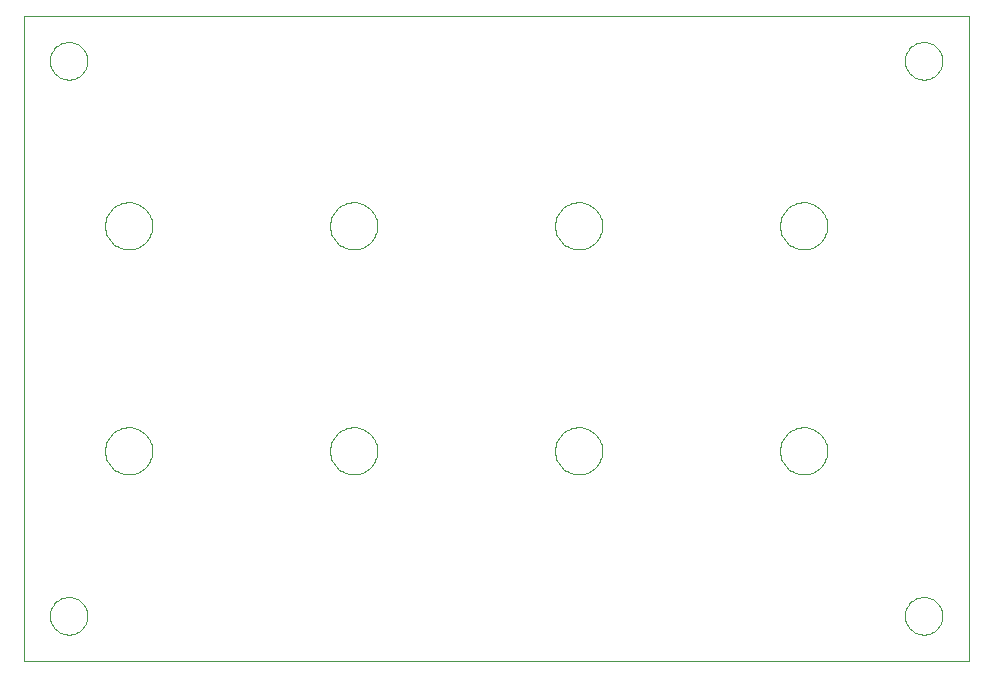
<source format=gko>
G75*
%MOIN*%
%OFA0B0*%
%FSLAX24Y24*%
%IPPOS*%
%LPD*%
%AMOC8*
5,1,8,0,0,1.08239X$1,22.5*
%
%ADD10C,0.0000*%
D10*
X000680Y000680D02*
X000680Y022180D01*
X032180Y022180D01*
X032180Y000680D01*
X000680Y000680D01*
X001555Y002180D02*
X001557Y002230D01*
X001563Y002279D01*
X001573Y002328D01*
X001586Y002375D01*
X001604Y002422D01*
X001625Y002467D01*
X001649Y002510D01*
X001677Y002551D01*
X001708Y002590D01*
X001742Y002626D01*
X001779Y002660D01*
X001819Y002690D01*
X001860Y002717D01*
X001904Y002741D01*
X001949Y002761D01*
X001996Y002777D01*
X002044Y002790D01*
X002093Y002799D01*
X002143Y002804D01*
X002192Y002805D01*
X002242Y002802D01*
X002291Y002795D01*
X002340Y002784D01*
X002387Y002770D01*
X002433Y002751D01*
X002478Y002729D01*
X002521Y002704D01*
X002561Y002675D01*
X002599Y002643D01*
X002635Y002609D01*
X002668Y002571D01*
X002697Y002531D01*
X002723Y002489D01*
X002746Y002445D01*
X002765Y002399D01*
X002781Y002352D01*
X002793Y002303D01*
X002801Y002254D01*
X002805Y002205D01*
X002805Y002155D01*
X002801Y002106D01*
X002793Y002057D01*
X002781Y002008D01*
X002765Y001961D01*
X002746Y001915D01*
X002723Y001871D01*
X002697Y001829D01*
X002668Y001789D01*
X002635Y001751D01*
X002599Y001717D01*
X002561Y001685D01*
X002521Y001656D01*
X002478Y001631D01*
X002433Y001609D01*
X002387Y001590D01*
X002340Y001576D01*
X002291Y001565D01*
X002242Y001558D01*
X002192Y001555D01*
X002143Y001556D01*
X002093Y001561D01*
X002044Y001570D01*
X001996Y001583D01*
X001949Y001599D01*
X001904Y001619D01*
X001860Y001643D01*
X001819Y001670D01*
X001779Y001700D01*
X001742Y001734D01*
X001708Y001770D01*
X001677Y001809D01*
X001649Y001850D01*
X001625Y001893D01*
X001604Y001938D01*
X001586Y001985D01*
X001573Y002032D01*
X001563Y002081D01*
X001557Y002130D01*
X001555Y002180D01*
X003393Y007680D02*
X003395Y007736D01*
X003401Y007791D01*
X003411Y007845D01*
X003424Y007899D01*
X003442Y007952D01*
X003463Y008003D01*
X003487Y008053D01*
X003515Y008101D01*
X003547Y008147D01*
X003581Y008191D01*
X003619Y008232D01*
X003659Y008270D01*
X003702Y008305D01*
X003747Y008337D01*
X003795Y008366D01*
X003844Y008392D01*
X003895Y008414D01*
X003947Y008432D01*
X004001Y008446D01*
X004056Y008457D01*
X004111Y008464D01*
X004166Y008467D01*
X004222Y008466D01*
X004277Y008461D01*
X004332Y008452D01*
X004386Y008440D01*
X004439Y008423D01*
X004491Y008403D01*
X004541Y008379D01*
X004589Y008352D01*
X004636Y008322D01*
X004680Y008288D01*
X004722Y008251D01*
X004760Y008211D01*
X004797Y008169D01*
X004830Y008124D01*
X004859Y008078D01*
X004886Y008029D01*
X004908Y007978D01*
X004928Y007926D01*
X004943Y007872D01*
X004955Y007818D01*
X004963Y007763D01*
X004967Y007708D01*
X004967Y007652D01*
X004963Y007597D01*
X004955Y007542D01*
X004943Y007488D01*
X004928Y007434D01*
X004908Y007382D01*
X004886Y007331D01*
X004859Y007282D01*
X004830Y007236D01*
X004797Y007191D01*
X004760Y007149D01*
X004722Y007109D01*
X004680Y007072D01*
X004636Y007038D01*
X004589Y007008D01*
X004541Y006981D01*
X004491Y006957D01*
X004439Y006937D01*
X004386Y006920D01*
X004332Y006908D01*
X004277Y006899D01*
X004222Y006894D01*
X004166Y006893D01*
X004111Y006896D01*
X004056Y006903D01*
X004001Y006914D01*
X003947Y006928D01*
X003895Y006946D01*
X003844Y006968D01*
X003795Y006994D01*
X003747Y007023D01*
X003702Y007055D01*
X003659Y007090D01*
X003619Y007128D01*
X003581Y007169D01*
X003547Y007213D01*
X003515Y007259D01*
X003487Y007307D01*
X003463Y007357D01*
X003442Y007408D01*
X003424Y007461D01*
X003411Y007515D01*
X003401Y007569D01*
X003395Y007624D01*
X003393Y007680D01*
X010893Y007680D02*
X010895Y007736D01*
X010901Y007791D01*
X010911Y007845D01*
X010924Y007899D01*
X010942Y007952D01*
X010963Y008003D01*
X010987Y008053D01*
X011015Y008101D01*
X011047Y008147D01*
X011081Y008191D01*
X011119Y008232D01*
X011159Y008270D01*
X011202Y008305D01*
X011247Y008337D01*
X011295Y008366D01*
X011344Y008392D01*
X011395Y008414D01*
X011447Y008432D01*
X011501Y008446D01*
X011556Y008457D01*
X011611Y008464D01*
X011666Y008467D01*
X011722Y008466D01*
X011777Y008461D01*
X011832Y008452D01*
X011886Y008440D01*
X011939Y008423D01*
X011991Y008403D01*
X012041Y008379D01*
X012089Y008352D01*
X012136Y008322D01*
X012180Y008288D01*
X012222Y008251D01*
X012260Y008211D01*
X012297Y008169D01*
X012330Y008124D01*
X012359Y008078D01*
X012386Y008029D01*
X012408Y007978D01*
X012428Y007926D01*
X012443Y007872D01*
X012455Y007818D01*
X012463Y007763D01*
X012467Y007708D01*
X012467Y007652D01*
X012463Y007597D01*
X012455Y007542D01*
X012443Y007488D01*
X012428Y007434D01*
X012408Y007382D01*
X012386Y007331D01*
X012359Y007282D01*
X012330Y007236D01*
X012297Y007191D01*
X012260Y007149D01*
X012222Y007109D01*
X012180Y007072D01*
X012136Y007038D01*
X012089Y007008D01*
X012041Y006981D01*
X011991Y006957D01*
X011939Y006937D01*
X011886Y006920D01*
X011832Y006908D01*
X011777Y006899D01*
X011722Y006894D01*
X011666Y006893D01*
X011611Y006896D01*
X011556Y006903D01*
X011501Y006914D01*
X011447Y006928D01*
X011395Y006946D01*
X011344Y006968D01*
X011295Y006994D01*
X011247Y007023D01*
X011202Y007055D01*
X011159Y007090D01*
X011119Y007128D01*
X011081Y007169D01*
X011047Y007213D01*
X011015Y007259D01*
X010987Y007307D01*
X010963Y007357D01*
X010942Y007408D01*
X010924Y007461D01*
X010911Y007515D01*
X010901Y007569D01*
X010895Y007624D01*
X010893Y007680D01*
X018393Y007680D02*
X018395Y007736D01*
X018401Y007791D01*
X018411Y007845D01*
X018424Y007899D01*
X018442Y007952D01*
X018463Y008003D01*
X018487Y008053D01*
X018515Y008101D01*
X018547Y008147D01*
X018581Y008191D01*
X018619Y008232D01*
X018659Y008270D01*
X018702Y008305D01*
X018747Y008337D01*
X018795Y008366D01*
X018844Y008392D01*
X018895Y008414D01*
X018947Y008432D01*
X019001Y008446D01*
X019056Y008457D01*
X019111Y008464D01*
X019166Y008467D01*
X019222Y008466D01*
X019277Y008461D01*
X019332Y008452D01*
X019386Y008440D01*
X019439Y008423D01*
X019491Y008403D01*
X019541Y008379D01*
X019589Y008352D01*
X019636Y008322D01*
X019680Y008288D01*
X019722Y008251D01*
X019760Y008211D01*
X019797Y008169D01*
X019830Y008124D01*
X019859Y008078D01*
X019886Y008029D01*
X019908Y007978D01*
X019928Y007926D01*
X019943Y007872D01*
X019955Y007818D01*
X019963Y007763D01*
X019967Y007708D01*
X019967Y007652D01*
X019963Y007597D01*
X019955Y007542D01*
X019943Y007488D01*
X019928Y007434D01*
X019908Y007382D01*
X019886Y007331D01*
X019859Y007282D01*
X019830Y007236D01*
X019797Y007191D01*
X019760Y007149D01*
X019722Y007109D01*
X019680Y007072D01*
X019636Y007038D01*
X019589Y007008D01*
X019541Y006981D01*
X019491Y006957D01*
X019439Y006937D01*
X019386Y006920D01*
X019332Y006908D01*
X019277Y006899D01*
X019222Y006894D01*
X019166Y006893D01*
X019111Y006896D01*
X019056Y006903D01*
X019001Y006914D01*
X018947Y006928D01*
X018895Y006946D01*
X018844Y006968D01*
X018795Y006994D01*
X018747Y007023D01*
X018702Y007055D01*
X018659Y007090D01*
X018619Y007128D01*
X018581Y007169D01*
X018547Y007213D01*
X018515Y007259D01*
X018487Y007307D01*
X018463Y007357D01*
X018442Y007408D01*
X018424Y007461D01*
X018411Y007515D01*
X018401Y007569D01*
X018395Y007624D01*
X018393Y007680D01*
X025893Y007680D02*
X025895Y007736D01*
X025901Y007791D01*
X025911Y007845D01*
X025924Y007899D01*
X025942Y007952D01*
X025963Y008003D01*
X025987Y008053D01*
X026015Y008101D01*
X026047Y008147D01*
X026081Y008191D01*
X026119Y008232D01*
X026159Y008270D01*
X026202Y008305D01*
X026247Y008337D01*
X026295Y008366D01*
X026344Y008392D01*
X026395Y008414D01*
X026447Y008432D01*
X026501Y008446D01*
X026556Y008457D01*
X026611Y008464D01*
X026666Y008467D01*
X026722Y008466D01*
X026777Y008461D01*
X026832Y008452D01*
X026886Y008440D01*
X026939Y008423D01*
X026991Y008403D01*
X027041Y008379D01*
X027089Y008352D01*
X027136Y008322D01*
X027180Y008288D01*
X027222Y008251D01*
X027260Y008211D01*
X027297Y008169D01*
X027330Y008124D01*
X027359Y008078D01*
X027386Y008029D01*
X027408Y007978D01*
X027428Y007926D01*
X027443Y007872D01*
X027455Y007818D01*
X027463Y007763D01*
X027467Y007708D01*
X027467Y007652D01*
X027463Y007597D01*
X027455Y007542D01*
X027443Y007488D01*
X027428Y007434D01*
X027408Y007382D01*
X027386Y007331D01*
X027359Y007282D01*
X027330Y007236D01*
X027297Y007191D01*
X027260Y007149D01*
X027222Y007109D01*
X027180Y007072D01*
X027136Y007038D01*
X027089Y007008D01*
X027041Y006981D01*
X026991Y006957D01*
X026939Y006937D01*
X026886Y006920D01*
X026832Y006908D01*
X026777Y006899D01*
X026722Y006894D01*
X026666Y006893D01*
X026611Y006896D01*
X026556Y006903D01*
X026501Y006914D01*
X026447Y006928D01*
X026395Y006946D01*
X026344Y006968D01*
X026295Y006994D01*
X026247Y007023D01*
X026202Y007055D01*
X026159Y007090D01*
X026119Y007128D01*
X026081Y007169D01*
X026047Y007213D01*
X026015Y007259D01*
X025987Y007307D01*
X025963Y007357D01*
X025942Y007408D01*
X025924Y007461D01*
X025911Y007515D01*
X025901Y007569D01*
X025895Y007624D01*
X025893Y007680D01*
X030055Y002180D02*
X030057Y002230D01*
X030063Y002279D01*
X030073Y002328D01*
X030086Y002375D01*
X030104Y002422D01*
X030125Y002467D01*
X030149Y002510D01*
X030177Y002551D01*
X030208Y002590D01*
X030242Y002626D01*
X030279Y002660D01*
X030319Y002690D01*
X030360Y002717D01*
X030404Y002741D01*
X030449Y002761D01*
X030496Y002777D01*
X030544Y002790D01*
X030593Y002799D01*
X030643Y002804D01*
X030692Y002805D01*
X030742Y002802D01*
X030791Y002795D01*
X030840Y002784D01*
X030887Y002770D01*
X030933Y002751D01*
X030978Y002729D01*
X031021Y002704D01*
X031061Y002675D01*
X031099Y002643D01*
X031135Y002609D01*
X031168Y002571D01*
X031197Y002531D01*
X031223Y002489D01*
X031246Y002445D01*
X031265Y002399D01*
X031281Y002352D01*
X031293Y002303D01*
X031301Y002254D01*
X031305Y002205D01*
X031305Y002155D01*
X031301Y002106D01*
X031293Y002057D01*
X031281Y002008D01*
X031265Y001961D01*
X031246Y001915D01*
X031223Y001871D01*
X031197Y001829D01*
X031168Y001789D01*
X031135Y001751D01*
X031099Y001717D01*
X031061Y001685D01*
X031021Y001656D01*
X030978Y001631D01*
X030933Y001609D01*
X030887Y001590D01*
X030840Y001576D01*
X030791Y001565D01*
X030742Y001558D01*
X030692Y001555D01*
X030643Y001556D01*
X030593Y001561D01*
X030544Y001570D01*
X030496Y001583D01*
X030449Y001599D01*
X030404Y001619D01*
X030360Y001643D01*
X030319Y001670D01*
X030279Y001700D01*
X030242Y001734D01*
X030208Y001770D01*
X030177Y001809D01*
X030149Y001850D01*
X030125Y001893D01*
X030104Y001938D01*
X030086Y001985D01*
X030073Y002032D01*
X030063Y002081D01*
X030057Y002130D01*
X030055Y002180D01*
X025893Y015180D02*
X025895Y015236D01*
X025901Y015291D01*
X025911Y015345D01*
X025924Y015399D01*
X025942Y015452D01*
X025963Y015503D01*
X025987Y015553D01*
X026015Y015601D01*
X026047Y015647D01*
X026081Y015691D01*
X026119Y015732D01*
X026159Y015770D01*
X026202Y015805D01*
X026247Y015837D01*
X026295Y015866D01*
X026344Y015892D01*
X026395Y015914D01*
X026447Y015932D01*
X026501Y015946D01*
X026556Y015957D01*
X026611Y015964D01*
X026666Y015967D01*
X026722Y015966D01*
X026777Y015961D01*
X026832Y015952D01*
X026886Y015940D01*
X026939Y015923D01*
X026991Y015903D01*
X027041Y015879D01*
X027089Y015852D01*
X027136Y015822D01*
X027180Y015788D01*
X027222Y015751D01*
X027260Y015711D01*
X027297Y015669D01*
X027330Y015624D01*
X027359Y015578D01*
X027386Y015529D01*
X027408Y015478D01*
X027428Y015426D01*
X027443Y015372D01*
X027455Y015318D01*
X027463Y015263D01*
X027467Y015208D01*
X027467Y015152D01*
X027463Y015097D01*
X027455Y015042D01*
X027443Y014988D01*
X027428Y014934D01*
X027408Y014882D01*
X027386Y014831D01*
X027359Y014782D01*
X027330Y014736D01*
X027297Y014691D01*
X027260Y014649D01*
X027222Y014609D01*
X027180Y014572D01*
X027136Y014538D01*
X027089Y014508D01*
X027041Y014481D01*
X026991Y014457D01*
X026939Y014437D01*
X026886Y014420D01*
X026832Y014408D01*
X026777Y014399D01*
X026722Y014394D01*
X026666Y014393D01*
X026611Y014396D01*
X026556Y014403D01*
X026501Y014414D01*
X026447Y014428D01*
X026395Y014446D01*
X026344Y014468D01*
X026295Y014494D01*
X026247Y014523D01*
X026202Y014555D01*
X026159Y014590D01*
X026119Y014628D01*
X026081Y014669D01*
X026047Y014713D01*
X026015Y014759D01*
X025987Y014807D01*
X025963Y014857D01*
X025942Y014908D01*
X025924Y014961D01*
X025911Y015015D01*
X025901Y015069D01*
X025895Y015124D01*
X025893Y015180D01*
X018393Y015180D02*
X018395Y015236D01*
X018401Y015291D01*
X018411Y015345D01*
X018424Y015399D01*
X018442Y015452D01*
X018463Y015503D01*
X018487Y015553D01*
X018515Y015601D01*
X018547Y015647D01*
X018581Y015691D01*
X018619Y015732D01*
X018659Y015770D01*
X018702Y015805D01*
X018747Y015837D01*
X018795Y015866D01*
X018844Y015892D01*
X018895Y015914D01*
X018947Y015932D01*
X019001Y015946D01*
X019056Y015957D01*
X019111Y015964D01*
X019166Y015967D01*
X019222Y015966D01*
X019277Y015961D01*
X019332Y015952D01*
X019386Y015940D01*
X019439Y015923D01*
X019491Y015903D01*
X019541Y015879D01*
X019589Y015852D01*
X019636Y015822D01*
X019680Y015788D01*
X019722Y015751D01*
X019760Y015711D01*
X019797Y015669D01*
X019830Y015624D01*
X019859Y015578D01*
X019886Y015529D01*
X019908Y015478D01*
X019928Y015426D01*
X019943Y015372D01*
X019955Y015318D01*
X019963Y015263D01*
X019967Y015208D01*
X019967Y015152D01*
X019963Y015097D01*
X019955Y015042D01*
X019943Y014988D01*
X019928Y014934D01*
X019908Y014882D01*
X019886Y014831D01*
X019859Y014782D01*
X019830Y014736D01*
X019797Y014691D01*
X019760Y014649D01*
X019722Y014609D01*
X019680Y014572D01*
X019636Y014538D01*
X019589Y014508D01*
X019541Y014481D01*
X019491Y014457D01*
X019439Y014437D01*
X019386Y014420D01*
X019332Y014408D01*
X019277Y014399D01*
X019222Y014394D01*
X019166Y014393D01*
X019111Y014396D01*
X019056Y014403D01*
X019001Y014414D01*
X018947Y014428D01*
X018895Y014446D01*
X018844Y014468D01*
X018795Y014494D01*
X018747Y014523D01*
X018702Y014555D01*
X018659Y014590D01*
X018619Y014628D01*
X018581Y014669D01*
X018547Y014713D01*
X018515Y014759D01*
X018487Y014807D01*
X018463Y014857D01*
X018442Y014908D01*
X018424Y014961D01*
X018411Y015015D01*
X018401Y015069D01*
X018395Y015124D01*
X018393Y015180D01*
X010893Y015180D02*
X010895Y015236D01*
X010901Y015291D01*
X010911Y015345D01*
X010924Y015399D01*
X010942Y015452D01*
X010963Y015503D01*
X010987Y015553D01*
X011015Y015601D01*
X011047Y015647D01*
X011081Y015691D01*
X011119Y015732D01*
X011159Y015770D01*
X011202Y015805D01*
X011247Y015837D01*
X011295Y015866D01*
X011344Y015892D01*
X011395Y015914D01*
X011447Y015932D01*
X011501Y015946D01*
X011556Y015957D01*
X011611Y015964D01*
X011666Y015967D01*
X011722Y015966D01*
X011777Y015961D01*
X011832Y015952D01*
X011886Y015940D01*
X011939Y015923D01*
X011991Y015903D01*
X012041Y015879D01*
X012089Y015852D01*
X012136Y015822D01*
X012180Y015788D01*
X012222Y015751D01*
X012260Y015711D01*
X012297Y015669D01*
X012330Y015624D01*
X012359Y015578D01*
X012386Y015529D01*
X012408Y015478D01*
X012428Y015426D01*
X012443Y015372D01*
X012455Y015318D01*
X012463Y015263D01*
X012467Y015208D01*
X012467Y015152D01*
X012463Y015097D01*
X012455Y015042D01*
X012443Y014988D01*
X012428Y014934D01*
X012408Y014882D01*
X012386Y014831D01*
X012359Y014782D01*
X012330Y014736D01*
X012297Y014691D01*
X012260Y014649D01*
X012222Y014609D01*
X012180Y014572D01*
X012136Y014538D01*
X012089Y014508D01*
X012041Y014481D01*
X011991Y014457D01*
X011939Y014437D01*
X011886Y014420D01*
X011832Y014408D01*
X011777Y014399D01*
X011722Y014394D01*
X011666Y014393D01*
X011611Y014396D01*
X011556Y014403D01*
X011501Y014414D01*
X011447Y014428D01*
X011395Y014446D01*
X011344Y014468D01*
X011295Y014494D01*
X011247Y014523D01*
X011202Y014555D01*
X011159Y014590D01*
X011119Y014628D01*
X011081Y014669D01*
X011047Y014713D01*
X011015Y014759D01*
X010987Y014807D01*
X010963Y014857D01*
X010942Y014908D01*
X010924Y014961D01*
X010911Y015015D01*
X010901Y015069D01*
X010895Y015124D01*
X010893Y015180D01*
X003393Y015180D02*
X003395Y015236D01*
X003401Y015291D01*
X003411Y015345D01*
X003424Y015399D01*
X003442Y015452D01*
X003463Y015503D01*
X003487Y015553D01*
X003515Y015601D01*
X003547Y015647D01*
X003581Y015691D01*
X003619Y015732D01*
X003659Y015770D01*
X003702Y015805D01*
X003747Y015837D01*
X003795Y015866D01*
X003844Y015892D01*
X003895Y015914D01*
X003947Y015932D01*
X004001Y015946D01*
X004056Y015957D01*
X004111Y015964D01*
X004166Y015967D01*
X004222Y015966D01*
X004277Y015961D01*
X004332Y015952D01*
X004386Y015940D01*
X004439Y015923D01*
X004491Y015903D01*
X004541Y015879D01*
X004589Y015852D01*
X004636Y015822D01*
X004680Y015788D01*
X004722Y015751D01*
X004760Y015711D01*
X004797Y015669D01*
X004830Y015624D01*
X004859Y015578D01*
X004886Y015529D01*
X004908Y015478D01*
X004928Y015426D01*
X004943Y015372D01*
X004955Y015318D01*
X004963Y015263D01*
X004967Y015208D01*
X004967Y015152D01*
X004963Y015097D01*
X004955Y015042D01*
X004943Y014988D01*
X004928Y014934D01*
X004908Y014882D01*
X004886Y014831D01*
X004859Y014782D01*
X004830Y014736D01*
X004797Y014691D01*
X004760Y014649D01*
X004722Y014609D01*
X004680Y014572D01*
X004636Y014538D01*
X004589Y014508D01*
X004541Y014481D01*
X004491Y014457D01*
X004439Y014437D01*
X004386Y014420D01*
X004332Y014408D01*
X004277Y014399D01*
X004222Y014394D01*
X004166Y014393D01*
X004111Y014396D01*
X004056Y014403D01*
X004001Y014414D01*
X003947Y014428D01*
X003895Y014446D01*
X003844Y014468D01*
X003795Y014494D01*
X003747Y014523D01*
X003702Y014555D01*
X003659Y014590D01*
X003619Y014628D01*
X003581Y014669D01*
X003547Y014713D01*
X003515Y014759D01*
X003487Y014807D01*
X003463Y014857D01*
X003442Y014908D01*
X003424Y014961D01*
X003411Y015015D01*
X003401Y015069D01*
X003395Y015124D01*
X003393Y015180D01*
X001555Y020680D02*
X001557Y020730D01*
X001563Y020779D01*
X001573Y020828D01*
X001586Y020875D01*
X001604Y020922D01*
X001625Y020967D01*
X001649Y021010D01*
X001677Y021051D01*
X001708Y021090D01*
X001742Y021126D01*
X001779Y021160D01*
X001819Y021190D01*
X001860Y021217D01*
X001904Y021241D01*
X001949Y021261D01*
X001996Y021277D01*
X002044Y021290D01*
X002093Y021299D01*
X002143Y021304D01*
X002192Y021305D01*
X002242Y021302D01*
X002291Y021295D01*
X002340Y021284D01*
X002387Y021270D01*
X002433Y021251D01*
X002478Y021229D01*
X002521Y021204D01*
X002561Y021175D01*
X002599Y021143D01*
X002635Y021109D01*
X002668Y021071D01*
X002697Y021031D01*
X002723Y020989D01*
X002746Y020945D01*
X002765Y020899D01*
X002781Y020852D01*
X002793Y020803D01*
X002801Y020754D01*
X002805Y020705D01*
X002805Y020655D01*
X002801Y020606D01*
X002793Y020557D01*
X002781Y020508D01*
X002765Y020461D01*
X002746Y020415D01*
X002723Y020371D01*
X002697Y020329D01*
X002668Y020289D01*
X002635Y020251D01*
X002599Y020217D01*
X002561Y020185D01*
X002521Y020156D01*
X002478Y020131D01*
X002433Y020109D01*
X002387Y020090D01*
X002340Y020076D01*
X002291Y020065D01*
X002242Y020058D01*
X002192Y020055D01*
X002143Y020056D01*
X002093Y020061D01*
X002044Y020070D01*
X001996Y020083D01*
X001949Y020099D01*
X001904Y020119D01*
X001860Y020143D01*
X001819Y020170D01*
X001779Y020200D01*
X001742Y020234D01*
X001708Y020270D01*
X001677Y020309D01*
X001649Y020350D01*
X001625Y020393D01*
X001604Y020438D01*
X001586Y020485D01*
X001573Y020532D01*
X001563Y020581D01*
X001557Y020630D01*
X001555Y020680D01*
X030055Y020680D02*
X030057Y020730D01*
X030063Y020779D01*
X030073Y020828D01*
X030086Y020875D01*
X030104Y020922D01*
X030125Y020967D01*
X030149Y021010D01*
X030177Y021051D01*
X030208Y021090D01*
X030242Y021126D01*
X030279Y021160D01*
X030319Y021190D01*
X030360Y021217D01*
X030404Y021241D01*
X030449Y021261D01*
X030496Y021277D01*
X030544Y021290D01*
X030593Y021299D01*
X030643Y021304D01*
X030692Y021305D01*
X030742Y021302D01*
X030791Y021295D01*
X030840Y021284D01*
X030887Y021270D01*
X030933Y021251D01*
X030978Y021229D01*
X031021Y021204D01*
X031061Y021175D01*
X031099Y021143D01*
X031135Y021109D01*
X031168Y021071D01*
X031197Y021031D01*
X031223Y020989D01*
X031246Y020945D01*
X031265Y020899D01*
X031281Y020852D01*
X031293Y020803D01*
X031301Y020754D01*
X031305Y020705D01*
X031305Y020655D01*
X031301Y020606D01*
X031293Y020557D01*
X031281Y020508D01*
X031265Y020461D01*
X031246Y020415D01*
X031223Y020371D01*
X031197Y020329D01*
X031168Y020289D01*
X031135Y020251D01*
X031099Y020217D01*
X031061Y020185D01*
X031021Y020156D01*
X030978Y020131D01*
X030933Y020109D01*
X030887Y020090D01*
X030840Y020076D01*
X030791Y020065D01*
X030742Y020058D01*
X030692Y020055D01*
X030643Y020056D01*
X030593Y020061D01*
X030544Y020070D01*
X030496Y020083D01*
X030449Y020099D01*
X030404Y020119D01*
X030360Y020143D01*
X030319Y020170D01*
X030279Y020200D01*
X030242Y020234D01*
X030208Y020270D01*
X030177Y020309D01*
X030149Y020350D01*
X030125Y020393D01*
X030104Y020438D01*
X030086Y020485D01*
X030073Y020532D01*
X030063Y020581D01*
X030057Y020630D01*
X030055Y020680D01*
M02*

</source>
